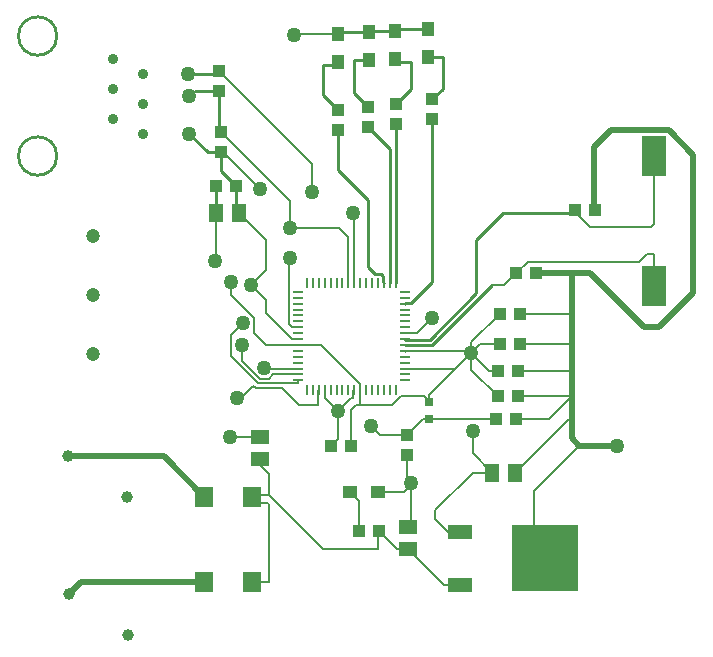
<source format=gtl>
%FSLAX44Y44*%
%MOMM*%
G71*
G01*
G75*
G04 Layer_Physical_Order=1*
G04 Layer_Color=255*
%ADD10R,1.3000X1.5000*%
%ADD11R,1.1000X1.0000*%
%ADD12R,1.1000X1.0000*%
%ADD13R,2.0000X3.5000*%
%ADD14R,1.0000X1.1000*%
%ADD15R,1.2500X1.1000*%
%ADD16R,1.5000X1.3000*%
%ADD17R,1.0000X1.1000*%
%ADD18R,2.0000X1.2000*%
%ADD19R,5.6000X5.6000*%
%ADD20R,0.7000X0.7500*%
%ADD21R,1.5200X1.6800*%
%ADD22R,0.8400X0.2450*%
%ADD23R,0.2450X0.8400*%
%ADD24R,1.1000X1.2500*%
%ADD25C,0.2540*%
%ADD26C,0.2000*%
%ADD27C,0.5000*%
%ADD28C,0.9000*%
%ADD29C,1.0000*%
%ADD30C,1.2000*%
%ADD31C,1.2700*%
D10*
X450850Y645160D02*
D03*
X431850D02*
D03*
X684530Y425450D02*
D03*
X665530D02*
D03*
D11*
X431310Y668020D02*
D03*
X448310D02*
D03*
X752330Y647700D02*
D03*
X735330D02*
D03*
X529100Y448310D02*
D03*
X546100D02*
D03*
X668800Y471170D02*
D03*
X685800D02*
D03*
X670070Y490220D02*
D03*
X687070D02*
D03*
X688830Y560070D02*
D03*
X671830D02*
D03*
X688830Y534670D02*
D03*
X671830D02*
D03*
X687560Y511810D02*
D03*
X670560D02*
D03*
X702800Y594360D02*
D03*
X685800D02*
D03*
D12*
X434340Y748810D02*
D03*
Y765810D02*
D03*
X534670Y715790D02*
D03*
Y732790D02*
D03*
X560070Y718330D02*
D03*
Y735330D02*
D03*
X584200Y720870D02*
D03*
Y737870D02*
D03*
X614680Y724680D02*
D03*
Y741680D02*
D03*
D13*
X802640Y693420D02*
D03*
Y583420D02*
D03*
D14*
X435610Y696740D02*
D03*
Y713740D02*
D03*
X593090Y440200D02*
D03*
Y457200D02*
D03*
D15*
X568330Y408940D02*
D03*
X544830D02*
D03*
D16*
X594360Y379730D02*
D03*
Y360730D02*
D03*
X468630Y455930D02*
D03*
Y436930D02*
D03*
D17*
X569450Y375920D02*
D03*
X552450D02*
D03*
D18*
X637930Y330560D02*
D03*
Y375560D02*
D03*
D19*
X709930Y353060D02*
D03*
D20*
X612140Y485140D02*
D03*
Y470640D02*
D03*
D21*
X421640Y405130D02*
D03*
X462240D02*
D03*
X421640Y332740D02*
D03*
X462240D02*
D03*
D22*
X591450Y578520D02*
D03*
Y573520D02*
D03*
Y568520D02*
D03*
Y563520D02*
D03*
Y558520D02*
D03*
Y553520D02*
D03*
Y548520D02*
D03*
Y543520D02*
D03*
Y538520D02*
D03*
Y533520D02*
D03*
Y528520D02*
D03*
Y523520D02*
D03*
Y518520D02*
D03*
Y513520D02*
D03*
Y508520D02*
D03*
Y503520D02*
D03*
X500750D02*
D03*
Y508520D02*
D03*
Y513520D02*
D03*
Y518520D02*
D03*
Y523520D02*
D03*
Y528520D02*
D03*
Y533520D02*
D03*
Y538520D02*
D03*
Y543520D02*
D03*
Y548520D02*
D03*
Y553520D02*
D03*
Y558520D02*
D03*
Y563520D02*
D03*
Y568520D02*
D03*
Y573520D02*
D03*
Y578520D02*
D03*
D23*
X508600Y586370D02*
D03*
X513600D02*
D03*
X518600D02*
D03*
X523600D02*
D03*
X528600D02*
D03*
X533600D02*
D03*
X538600D02*
D03*
X543600D02*
D03*
X548600D02*
D03*
X553600D02*
D03*
X558600D02*
D03*
X563600D02*
D03*
X568600D02*
D03*
X573600D02*
D03*
X578600D02*
D03*
X583600D02*
D03*
Y495670D02*
D03*
X578600D02*
D03*
X573600D02*
D03*
X568600D02*
D03*
X563600D02*
D03*
X558600D02*
D03*
X553600D02*
D03*
X548600D02*
D03*
X543600D02*
D03*
X538600D02*
D03*
X533600D02*
D03*
X528600D02*
D03*
X523600D02*
D03*
X518600D02*
D03*
X513600D02*
D03*
X508600D02*
D03*
D24*
X534670Y796930D02*
D03*
Y773430D02*
D03*
X561340Y798200D02*
D03*
Y774700D02*
D03*
X582930Y799470D02*
D03*
Y775970D02*
D03*
X610870Y800740D02*
D03*
Y777240D02*
D03*
D25*
X407670Y763270D02*
X431800D01*
X434340Y765810D01*
X413530Y748810D02*
X434340D01*
Y715010D02*
Y748810D01*
X431310Y645700D02*
Y668020D01*
X448310Y647700D02*
Y668020D01*
X557530Y770890D02*
X561340Y774700D01*
X424670Y696740D02*
X435610D01*
X408940Y712470D02*
X424670Y696740D01*
X435610Y680720D02*
Y696740D01*
Y680720D02*
X448310Y668020D01*
X532130Y770890D02*
X534670Y773430D01*
X521970Y770890D02*
X532130D01*
X521970Y745490D02*
Y770890D01*
Y745490D02*
X534670Y732790D01*
X548640Y774700D02*
X561340D01*
X548640Y746760D02*
Y774700D01*
Y746760D02*
X560070Y735330D01*
X582930Y775970D02*
X585470Y773430D01*
X596900D01*
Y750570D02*
Y773430D01*
X584200Y737870D02*
X596900Y750570D01*
X610870Y777240D02*
X623570D01*
Y750570D02*
Y777240D01*
X614680Y741680D02*
X623570Y750570D01*
X584200Y800740D02*
X610870D01*
X562610Y799470D02*
X582930D01*
X561340Y798200D02*
X562610Y799470D01*
X535940Y798200D02*
X561340D01*
X534670Y796930D02*
X535940Y798200D01*
X578600Y586370D02*
Y699800D01*
X560070Y718330D02*
X578600Y699800D01*
X583600Y586370D02*
Y720270D01*
X584200Y720870D01*
X591450Y568520D02*
X591955Y569025D01*
X597005D01*
X614680Y586701D01*
Y724680D01*
X591450Y538520D02*
X591910Y538060D01*
X651510Y622300D02*
X674370Y645160D01*
X734060D01*
X591910Y538060D02*
X612379D01*
X651510Y577191D01*
Y622300D01*
X591450Y533520D02*
X614260D01*
X664940Y584200D01*
X573095Y586875D02*
X573600Y586370D01*
X573095Y586875D02*
Y591925D01*
X571180Y593840D02*
X573095Y591925D01*
X566130Y593840D02*
X571180D01*
X560070Y599900D02*
X566130Y593840D01*
X534670Y681990D02*
Y715790D01*
Y681990D02*
X560070Y656590D01*
Y599900D02*
Y656590D01*
X296820Y795070D02*
G03*
X296820Y795070I-16250J0D01*
G01*
Y693470D02*
G03*
X296820Y693470I-16250J0D01*
G01*
D26*
X687560Y511810D02*
X688830Y513080D01*
X670560Y511810D02*
X671830Y513080D01*
X670070Y490220D02*
X670560Y490710D01*
X607390Y489890D02*
X612140Y485140D01*
X587825Y489890D02*
X607390D01*
X612670Y471170D02*
X668800D01*
X612140Y470640D02*
X612670Y471170D01*
X606530Y470640D02*
X612140D01*
X593090Y457200D02*
X606530Y470640D01*
X648970Y425450D02*
X665530D01*
X594360Y379730D02*
Y382910D01*
Y360730D02*
X624530Y330560D01*
X584640Y360730D02*
X594360D01*
X569450Y375920D02*
X584640Y360730D01*
X552450Y375920D02*
Y401320D01*
X544830Y408940D02*
X552450Y401320D01*
X546100Y448310D02*
Y478438D01*
X550262Y482600D01*
X580535D02*
X587825Y489890D01*
X553720Y482600D02*
Y495550D01*
X553600Y495670D02*
X553720Y495550D01*
X550262Y482600D02*
X553720D01*
X580535D01*
X468630Y431800D02*
Y436930D01*
Y431800D02*
X476250Y424180D01*
Y406400D02*
Y424180D01*
X463510Y406400D02*
X476250D01*
X462240Y405130D02*
X463510Y406400D01*
X476250D02*
X521970Y360680D01*
X568960D01*
Y375430D01*
X569450Y375920D01*
X462240Y405130D02*
X467320Y400050D01*
X474980D01*
X476250Y398780D01*
Y332740D02*
Y398780D01*
X462240Y332740D02*
X476250D01*
X570230Y457200D02*
X593090D01*
X562610Y464820D02*
X570230Y457200D01*
X501650Y482600D02*
X518160D01*
Y495230D01*
X518600Y495670D01*
X415290Y405130D02*
X421640D01*
X479833Y508520D02*
X500750D01*
Y501000D02*
Y503520D01*
X591450Y543520D02*
X601940D01*
X614680Y556260D01*
X473270Y513520D02*
X500750D01*
X472440Y514350D02*
X473270Y513520D01*
X453390Y520177D02*
Y533400D01*
X444040Y523870D02*
Y541830D01*
X454660Y552450D01*
X496082Y538520D02*
X500750D01*
X473830Y533520D02*
X500750D01*
X468567Y505000D02*
X476313D01*
X463143Y499110D02*
X465253Y497000D01*
X453390Y520177D02*
X468567Y505000D01*
X476313D02*
X479833Y508520D01*
X444040Y523870D02*
X466910Y501000D01*
X465253Y497000D02*
X487250D01*
X466910Y501000D02*
X500750D01*
X487250Y497000D02*
X501650Y482600D01*
X452983Y488950D02*
X463143Y499110D01*
X449580Y488950D02*
X452983D01*
X450850Y645160D02*
X473710Y622300D01*
X444500Y575833D02*
Y586740D01*
Y575833D02*
X464010Y556323D01*
Y543340D02*
Y556323D01*
Y543340D02*
X473830Y533520D01*
X494030Y632460D02*
X535940D01*
X543600Y624800D01*
Y586370D02*
Y624800D01*
X494030Y632460D02*
Y655320D01*
X435610Y713740D02*
X494030Y655320D01*
X431850Y605840D02*
Y645160D01*
X430530Y604520D02*
X431850Y605840D01*
X547370Y645160D02*
X548640Y643890D01*
Y586410D02*
Y643890D01*
X548600Y586370D02*
X548640Y586410D01*
X496082Y548520D02*
X500750D01*
X493550Y551052D02*
X496082Y548520D01*
X493550Y551052D02*
Y606580D01*
X494030Y607060D01*
X513080Y662940D02*
Y687070D01*
X434340Y765810D02*
X513080Y687070D01*
X435610Y696740D02*
X437370D01*
X468630Y665480D01*
X497840Y796290D02*
X498480Y796930D01*
X534670D01*
X473710Y560892D02*
X496082Y538520D01*
X500750Y533520D02*
X520418D01*
X553600Y500338D01*
Y495670D02*
Y500338D01*
X798050Y583420D02*
X802640D01*
X797560Y698500D02*
X802640Y693420D01*
Y636270D02*
Y693420D01*
X796290Y610870D02*
X802640D01*
Y583420D02*
Y610870D01*
X800269Y581049D02*
X802640Y583420D01*
X795679Y581049D02*
X800269D01*
X794361Y579730D02*
X795679Y581049D01*
X798050Y583420D01*
X664940Y584200D02*
X675640D01*
X685800Y594360D01*
X695500Y604060D01*
X789480D02*
X796290Y610870D01*
X695500Y604060D02*
X789480D01*
X800100Y633730D02*
X802640Y636270D01*
X443230Y455930D02*
X468630D01*
X547825Y494895D02*
X548600Y495670D01*
X547825Y488470D02*
Y494895D01*
X545620Y488470D02*
X547825D01*
X534670Y477520D02*
X545620Y488470D01*
X523600Y488590D02*
X534670Y477520D01*
X523600Y488590D02*
Y495670D01*
X534670Y453880D02*
Y477520D01*
X529100Y448310D02*
X534670Y453880D01*
X473710Y596900D02*
Y622300D01*
X461010Y584200D02*
X473710Y596900D01*
Y560892D02*
Y571500D01*
X461010Y584200D02*
X473710Y571500D01*
X684530Y425450D02*
X730250Y471170D01*
X687070Y490220D02*
X732790D01*
X713740Y471170D02*
X732790Y490220D01*
X685800Y471170D02*
X713740D01*
X687560Y511810D02*
X732790D01*
X688830Y534670D02*
X732790D01*
X688830Y560070D02*
X732790D01*
X701040Y370840D02*
Y410210D01*
X739140Y448310D01*
X593090Y419100D02*
Y440200D01*
X596900Y382270D02*
Y415290D01*
X594360Y379730D02*
X596900Y382270D01*
X568330Y408940D02*
X590550D01*
X748030Y633730D02*
X800100D01*
X735330Y646430D02*
X748030Y633730D01*
X648970Y442010D02*
X665530Y425450D01*
X648970Y442010D02*
Y461010D01*
X646230Y528520D02*
X647700Y527050D01*
X591450Y528520D02*
X646230D01*
X591450D02*
X592225Y527745D01*
X591450Y513520D02*
X634170D01*
X612140Y485140D02*
Y491490D01*
X634170Y513520D01*
X647700Y527050D01*
Y535940D02*
X671830Y560070D01*
X647700Y527050D02*
Y535940D01*
X655320Y534670D02*
X671830D01*
X647700Y527050D02*
X655320Y534670D01*
X662940Y511810D02*
X670560D01*
X647700Y527050D02*
X662940Y511810D01*
X647700Y512590D02*
X670070Y490220D01*
X647700Y512590D02*
Y527050D01*
X624530Y330560D02*
X637930D01*
X617220Y393700D02*
X648970Y425450D01*
X617220Y386080D02*
Y393700D01*
Y386080D02*
X627740Y375560D01*
X637930D01*
X590550Y408940D02*
X596900Y415290D01*
X593090Y419100D02*
X595630Y416560D01*
X596900D01*
D27*
X814930Y715420D02*
X835660Y694690D01*
Y577850D02*
Y694690D01*
X806450Y548640D02*
X835660Y577850D01*
X793750Y548640D02*
X806450D01*
X748030Y594360D02*
X793750Y548640D01*
X387350Y439420D02*
X421640Y405130D01*
X306070Y439420D02*
X387350D01*
X317500Y332740D02*
X421640D01*
X307340Y322580D02*
X317500Y332740D01*
X732790Y454660D02*
X739140Y448310D01*
X770890D01*
X702800Y594360D02*
X732790D01*
X748030D01*
X732790Y454660D02*
Y490220D01*
Y511810D01*
Y534670D01*
Y560070D01*
Y594360D01*
X751840Y701040D02*
X766220Y715420D01*
X814930D01*
X751840Y647700D02*
Y701040D01*
D28*
X369570Y712470D02*
D03*
Y737870D02*
D03*
X344170Y775970D02*
D03*
Y750370D02*
D03*
Y724770D02*
D03*
X369570Y763270D02*
D03*
D29*
X356070Y404420D02*
D03*
X306070Y439420D02*
D03*
X357340Y287580D02*
D03*
X307340Y322580D02*
D03*
D30*
X327660Y625780D02*
D03*
Y575780D02*
D03*
Y525780D02*
D03*
D31*
X407670Y763270D02*
D03*
X408940Y744220D02*
D03*
Y712470D02*
D03*
X562610Y464820D02*
D03*
X614680Y556260D02*
D03*
X472440Y514350D02*
D03*
X454660Y552450D02*
D03*
X453390Y533400D02*
D03*
X449580Y488950D02*
D03*
X444500Y586740D02*
D03*
X494030Y632460D02*
D03*
X430530Y604520D02*
D03*
X547370Y645160D02*
D03*
X494030Y607060D02*
D03*
X513080Y662940D02*
D03*
X468630Y665480D02*
D03*
X497840Y796290D02*
D03*
X443230Y455930D02*
D03*
X534670Y477520D02*
D03*
X461010Y584200D02*
D03*
X770890Y448310D02*
D03*
X648970Y461010D02*
D03*
X647700Y527050D02*
D03*
X596900Y416560D02*
D03*
M02*

</source>
